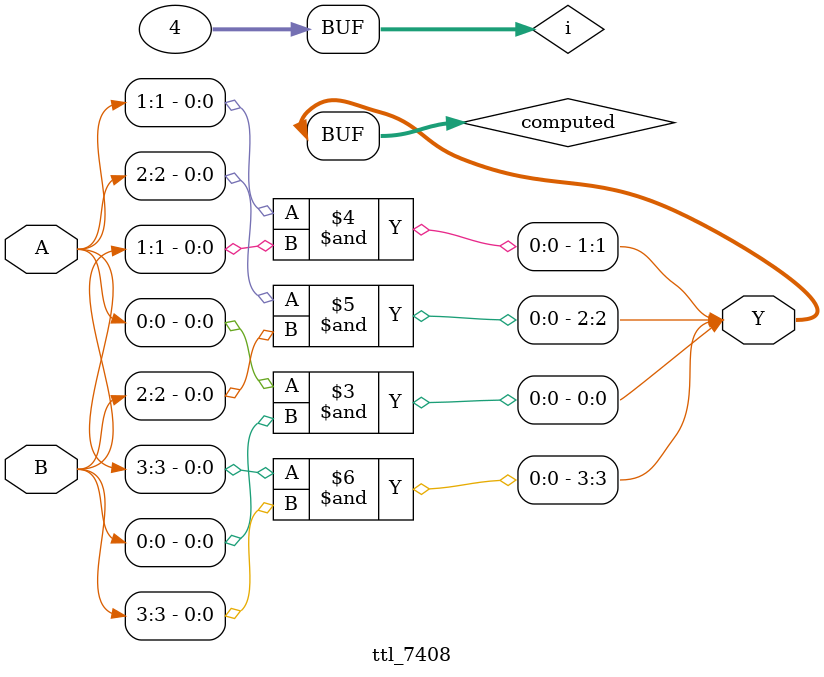
<source format=v>

`ifndef TTL_7408
`define TTL_7408

module ttl_7408 #(parameter BLOCKS = 4, WIDTH_IN = 2, DELAY_RISE = 0, DELAY_FALL = 0)
(
  input [BLOCKS-1:0] A,
  input [BLOCKS-1:0] B,
  output [BLOCKS-1:0] Y
);

//------------------------------------------------//
reg [BLOCKS-1:0] computed;
integer i;

always @(*)
begin
  for (i = 0; i < BLOCKS; i++)
    computed[i] = A[i]&B[i];
end
//------------------------------------------------//

assign #(DELAY_RISE, DELAY_FALL) Y = computed;

endmodule

`endif

</source>
